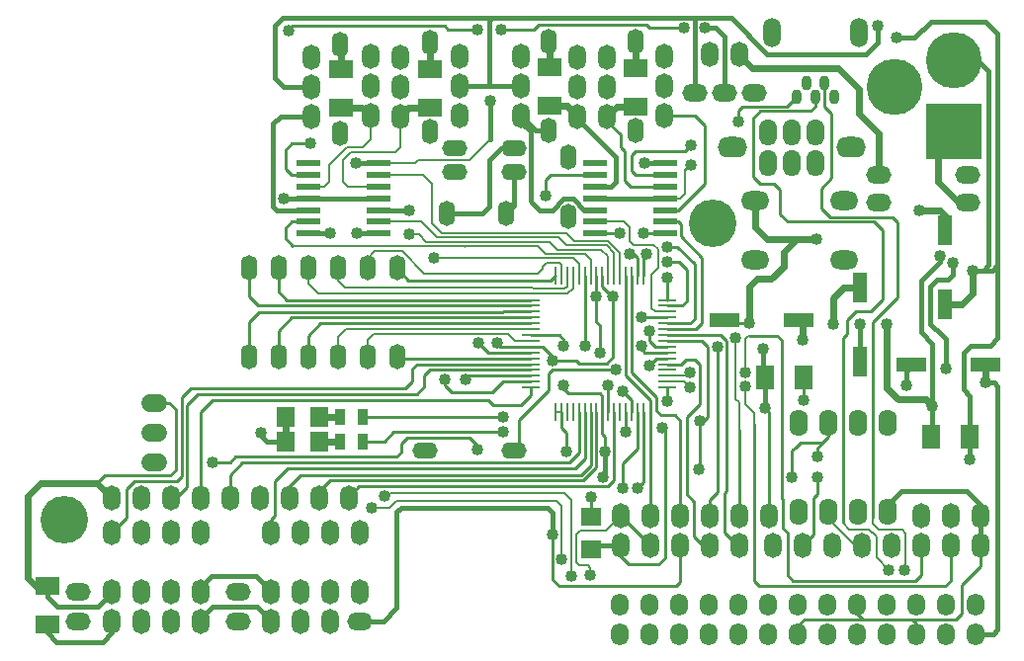
<source format=gtl>
G04 (created by PCBNEW-RS274X (2012-01-19 BZR 3256)-stable) date 14/12/2555 14:56:42*
G01*
G70*
G90*
%MOIN*%
G04 Gerber Fmt 3.4, Leading zero omitted, Abs format*
%FSLAX34Y34*%
G04 APERTURE LIST*
%ADD10C,0.006000*%
%ADD11O,0.060000X0.085000*%
%ADD12C,0.189000*%
%ADD13R,0.189000X0.189000*%
%ADD14R,0.070900X0.062900*%
%ADD15O,0.055000X0.085000*%
%ADD16O,0.085000X0.060000*%
%ADD17O,0.095000X0.064000*%
%ADD18O,0.060000X0.090000*%
%ADD19O,0.100000X0.070000*%
%ADD20O,0.059100X0.100000*%
%ADD21O,0.035400X0.050000*%
%ADD22O,0.085000X0.055000*%
%ADD23R,0.062900X0.070900*%
%ADD24R,0.010000X0.060000*%
%ADD25R,0.060000X0.010000*%
%ADD26R,0.078700X0.019700*%
%ADD27C,0.060000*%
%ADD28O,0.060000X0.075000*%
%ADD29C,0.160000*%
%ADD30O,0.062000X0.090000*%
%ADD31R,0.080000X0.060000*%
%ADD32R,0.060000X0.080000*%
%ADD33R,0.035000X0.055000*%
%ADD34R,0.047200X0.098400*%
%ADD35R,0.098400X0.047200*%
%ADD36C,0.040000*%
%ADD37C,0.008000*%
%ADD38C,0.010000*%
%ADD39C,0.024000*%
%ADD40C,0.015000*%
G04 APERTURE END LIST*
G54D10*
G54D11*
X68100Y-46186D03*
X67100Y-46186D03*
X66100Y-46186D03*
X65100Y-46186D03*
G54D12*
X71218Y-29796D03*
G54D13*
X71218Y-32196D03*
G54D12*
X69218Y-30696D03*
G54D14*
X58955Y-45195D03*
X58955Y-46313D03*
G54D15*
X54113Y-34965D03*
X56113Y-34965D03*
G54D16*
X41678Y-48737D03*
X41678Y-47737D03*
G54D17*
X67501Y-34540D03*
X67501Y-36540D03*
X64501Y-34540D03*
X64501Y-36540D03*
G54D18*
X66549Y-32246D03*
X66549Y-33266D03*
X65749Y-32246D03*
X65749Y-33266D03*
X64949Y-32246D03*
X64949Y-33266D03*
G54D19*
X63749Y-32756D03*
X67749Y-32756D03*
G54D11*
X48186Y-45737D03*
X49186Y-45737D03*
X50186Y-45737D03*
X51186Y-45737D03*
G54D16*
X47064Y-48745D03*
X47064Y-47745D03*
G54D20*
X65083Y-28867D03*
X67996Y-28867D03*
G54D21*
X66854Y-30580D03*
X66224Y-30580D03*
X66539Y-31052D03*
X65909Y-31052D03*
X67169Y-31052D03*
G54D16*
X71678Y-33682D03*
X68678Y-33682D03*
G54D22*
X54365Y-33565D03*
X56365Y-33565D03*
G54D23*
X49795Y-42670D03*
X48677Y-42670D03*
X49794Y-41836D03*
X48676Y-41836D03*
G54D16*
X68666Y-34599D03*
X71666Y-34599D03*
G54D24*
X59743Y-37071D03*
X59548Y-37071D03*
X59353Y-37071D03*
X59153Y-37071D03*
X58958Y-37071D03*
X58763Y-37071D03*
X58563Y-37071D03*
X58368Y-37071D03*
X58173Y-37071D03*
X57973Y-37071D03*
X57778Y-37071D03*
X59743Y-41671D03*
X59548Y-41671D03*
X59353Y-41671D03*
X59153Y-41671D03*
X58958Y-41671D03*
X58763Y-41671D03*
X58563Y-41671D03*
X58368Y-41671D03*
X58173Y-41671D03*
X57973Y-41671D03*
X57778Y-41671D03*
G54D25*
X61553Y-37896D03*
X61553Y-38091D03*
X61553Y-38291D03*
X61553Y-38486D03*
X61553Y-38681D03*
X61553Y-38881D03*
X61553Y-39076D03*
X61553Y-39271D03*
X61553Y-39471D03*
X61553Y-39666D03*
X61553Y-39861D03*
X56953Y-39861D03*
X56953Y-39666D03*
X56953Y-39471D03*
X56953Y-39271D03*
X56953Y-39076D03*
X56953Y-38881D03*
X56953Y-38681D03*
X56953Y-38486D03*
X56953Y-38291D03*
X56953Y-38091D03*
X56953Y-37896D03*
X56953Y-40061D03*
X56953Y-40256D03*
X56953Y-40451D03*
X56953Y-40651D03*
X56953Y-40846D03*
X61553Y-40846D03*
X61553Y-40651D03*
X61553Y-40451D03*
X61553Y-40256D03*
X61553Y-40061D03*
G54D24*
X59943Y-41671D03*
X60138Y-41671D03*
X60333Y-41671D03*
X60533Y-41671D03*
X60728Y-41671D03*
X59943Y-37071D03*
X60138Y-37071D03*
X60333Y-37071D03*
X60533Y-37071D03*
X60728Y-37071D03*
G54D11*
X59521Y-29693D03*
X59521Y-30693D03*
X59521Y-31693D03*
X58521Y-29693D03*
X58521Y-30693D03*
X58521Y-31693D03*
G54D16*
X64470Y-30910D03*
X63470Y-30910D03*
X62470Y-30910D03*
G54D22*
X56385Y-42985D03*
X53385Y-42985D03*
G54D11*
X63960Y-29600D03*
X62960Y-29600D03*
G54D15*
X52423Y-36816D03*
X47423Y-36816D03*
X47423Y-39808D03*
X52423Y-39808D03*
X51423Y-39808D03*
X50423Y-39808D03*
X49423Y-39808D03*
X48423Y-39808D03*
X51423Y-36816D03*
X50423Y-36816D03*
X49423Y-36816D03*
X48423Y-36816D03*
G54D11*
X42804Y-44564D03*
X43804Y-44564D03*
X44804Y-44564D03*
X45804Y-44564D03*
X46804Y-44564D03*
X47804Y-44564D03*
X48804Y-44564D03*
X49804Y-44564D03*
X50804Y-44564D03*
X49533Y-31693D03*
X49533Y-30693D03*
X49533Y-29693D03*
X54540Y-31690D03*
X54540Y-30690D03*
X54540Y-29690D03*
X56603Y-31682D03*
X56603Y-30682D03*
X56603Y-29682D03*
X61422Y-31686D03*
X61422Y-30686D03*
X61422Y-29686D03*
G54D26*
X59096Y-33284D03*
X59095Y-33678D03*
X59095Y-34071D03*
X59095Y-34465D03*
X59095Y-34859D03*
X59095Y-35253D03*
X59095Y-35646D03*
X61458Y-33284D03*
X61458Y-33678D03*
X61458Y-34071D03*
X61458Y-34465D03*
X61458Y-34859D03*
X61458Y-35253D03*
X61458Y-35646D03*
X49434Y-33284D03*
X49433Y-33678D03*
X49433Y-34071D03*
X49433Y-34465D03*
X49433Y-34859D03*
X49433Y-35253D03*
X49433Y-35646D03*
X51796Y-33284D03*
X51796Y-33678D03*
X51796Y-34071D03*
X51796Y-34465D03*
X51796Y-34859D03*
X51796Y-35253D03*
X51796Y-35646D03*
G54D27*
X44112Y-41361D02*
X44362Y-41361D01*
X44112Y-42361D02*
X44362Y-42361D01*
X44112Y-43361D02*
X44362Y-43361D01*
G54D15*
X58217Y-33068D03*
X58217Y-35068D03*
G54D22*
X54376Y-32767D03*
X56376Y-32767D03*
G54D11*
X52537Y-29693D03*
X52537Y-30693D03*
X52537Y-31693D03*
X51537Y-29690D03*
X51537Y-30690D03*
X51537Y-31690D03*
X59962Y-45186D03*
X60962Y-45186D03*
X61962Y-45186D03*
X62962Y-45186D03*
X63962Y-45186D03*
X64962Y-45186D03*
X59962Y-46186D03*
X60962Y-46186D03*
X61962Y-46186D03*
X62962Y-46186D03*
X63962Y-46186D03*
X51186Y-47737D03*
G54D16*
X51186Y-48737D03*
G54D11*
X50186Y-47737D03*
X50186Y-48737D03*
X49186Y-47737D03*
X49186Y-48737D03*
X48186Y-47737D03*
X48186Y-48737D03*
X42800Y-45737D03*
X43800Y-45737D03*
X44800Y-45737D03*
X45800Y-45737D03*
X45800Y-47737D03*
X45800Y-48737D03*
X44800Y-47737D03*
X44800Y-48737D03*
X43800Y-47737D03*
X43800Y-48737D03*
X42800Y-47737D03*
X42800Y-48737D03*
G54D28*
X59949Y-49169D03*
X60949Y-49169D03*
X60949Y-48169D03*
X61949Y-49169D03*
X61949Y-48169D03*
X62949Y-48169D03*
X63949Y-49169D03*
X63949Y-48169D03*
X64949Y-49169D03*
X64949Y-48169D03*
X65949Y-48169D03*
X66949Y-49169D03*
X66949Y-48169D03*
X68949Y-48169D03*
X69949Y-48169D03*
X70949Y-48169D03*
X71949Y-48169D03*
X71949Y-48169D03*
X71949Y-49169D03*
X70949Y-48169D03*
X70949Y-49169D03*
X69949Y-48169D03*
X69949Y-49169D03*
X68949Y-48169D03*
X68949Y-49169D03*
X67949Y-48169D03*
X67949Y-49169D03*
X66949Y-48169D03*
X66949Y-49169D03*
X65949Y-48169D03*
X65949Y-49169D03*
X64949Y-48169D03*
X64949Y-49169D03*
X63949Y-48169D03*
X63949Y-49169D03*
X62949Y-48169D03*
X62949Y-49169D03*
X61949Y-48169D03*
X61949Y-49169D03*
X60949Y-48169D03*
X60949Y-49169D03*
X59949Y-48169D03*
X59949Y-49169D03*
G54D29*
X63068Y-35308D03*
X41218Y-45308D03*
G54D30*
X65974Y-45056D03*
X66974Y-45056D03*
X67974Y-45056D03*
X68974Y-45056D03*
X68974Y-42056D03*
X67974Y-42056D03*
X66974Y-42056D03*
X65974Y-42056D03*
G54D15*
X60470Y-32182D03*
X60470Y-29182D03*
X57552Y-32170D03*
X57552Y-29170D03*
X53544Y-32217D03*
X53544Y-29217D03*
X50509Y-32268D03*
X50509Y-29268D03*
G54D31*
X60474Y-31375D03*
X60474Y-30075D03*
X57564Y-31340D03*
X57564Y-30040D03*
X53540Y-31418D03*
X53540Y-30118D03*
X50540Y-31403D03*
X50540Y-30103D03*
X40627Y-48855D03*
X40627Y-47555D03*
G54D32*
X70442Y-42520D03*
X71742Y-42520D03*
X66135Y-40516D03*
X64835Y-40516D03*
G54D33*
X51266Y-42670D03*
X50516Y-42670D03*
X51266Y-41836D03*
X50516Y-41836D03*
G54D11*
X72100Y-45186D03*
X71100Y-45186D03*
X70100Y-45186D03*
G54D34*
X68029Y-37491D03*
X68029Y-39991D03*
X70918Y-35550D03*
X70918Y-38050D03*
G54D35*
X65968Y-38564D03*
X63468Y-38564D03*
X72279Y-40079D03*
X69779Y-40079D03*
G54D11*
X72097Y-46191D03*
X71097Y-46191D03*
X70097Y-46191D03*
X69097Y-46191D03*
G54D36*
X59266Y-39679D03*
X60926Y-40111D03*
X66136Y-41275D03*
X58954Y-47182D03*
X59546Y-40778D03*
X58152Y-43008D03*
X59153Y-37770D03*
X68944Y-38699D03*
X68640Y-28634D03*
X71182Y-36650D03*
X70726Y-36396D03*
X70484Y-41460D03*
X72282Y-40688D03*
X70943Y-40225D03*
X53660Y-36486D03*
X60659Y-38485D03*
X57430Y-34391D03*
X49510Y-32620D03*
X52852Y-35672D03*
X61554Y-36612D03*
X61554Y-36098D03*
X62351Y-32662D03*
X66592Y-43174D03*
X65754Y-43884D03*
X58045Y-40776D03*
X50181Y-35645D03*
X47848Y-42362D03*
X69611Y-40765D03*
X71749Y-43287D03*
X55796Y-39348D03*
X55561Y-31178D03*
X57672Y-45814D03*
X59378Y-43874D03*
X60760Y-33284D03*
X62633Y-41965D03*
X51053Y-33284D03*
X59926Y-35646D03*
X64315Y-38673D03*
X57661Y-39931D03*
X63944Y-31876D03*
X68030Y-38696D03*
X66558Y-35840D03*
X64836Y-41534D03*
X59446Y-43020D03*
X59716Y-37767D03*
X62604Y-43622D03*
X69260Y-29056D03*
X64772Y-39538D03*
X71851Y-36902D03*
X63848Y-39170D03*
X60847Y-36343D03*
X69020Y-47020D03*
X58304Y-47196D03*
X52008Y-44494D03*
X54752Y-40585D03*
X57980Y-46652D03*
X51584Y-44899D03*
X54042Y-40588D03*
X69540Y-47010D03*
X46192Y-43361D03*
X58763Y-39456D03*
X55130Y-42955D03*
X55992Y-42348D03*
X60137Y-42348D03*
X60044Y-40975D03*
X55994Y-41850D03*
X52853Y-34861D03*
X61376Y-42199D03*
X58049Y-39454D03*
X59791Y-40258D03*
X61553Y-41292D03*
X55184Y-39358D03*
X60932Y-38956D03*
X58955Y-44529D03*
X60660Y-39436D03*
X61553Y-37141D03*
X51072Y-35646D03*
X60740Y-35646D03*
X66592Y-43884D03*
X60539Y-44242D03*
X63235Y-39469D03*
X60288Y-36352D03*
X64175Y-40804D03*
X62300Y-40846D03*
X62300Y-40342D03*
X64176Y-40340D03*
X60054Y-44245D03*
X66114Y-39236D03*
X67145Y-38712D03*
X70038Y-34864D03*
X62352Y-33328D03*
X62107Y-28720D03*
X48602Y-34465D03*
X62800Y-28720D03*
X55145Y-28762D03*
X48755Y-28804D03*
X55931Y-28762D03*
G54D37*
X58954Y-47182D02*
X58954Y-46941D01*
G54D38*
X42576Y-43822D02*
X42319Y-44079D01*
G54D39*
X40249Y-47555D02*
X39981Y-47287D01*
G54D40*
X42324Y-48237D02*
X40966Y-48237D01*
G54D39*
X40627Y-47555D02*
X40249Y-47555D01*
G54D38*
X58152Y-42382D02*
X58152Y-43008D01*
G54D37*
X58460Y-45817D02*
X58607Y-45670D01*
G54D38*
X61176Y-39861D02*
X60926Y-40111D01*
G54D40*
X66135Y-41272D02*
X66135Y-41274D01*
G54D38*
X59266Y-38747D02*
X59266Y-39679D01*
G54D40*
X45800Y-47608D02*
X46187Y-47221D01*
G54D38*
X59546Y-40778D02*
X59546Y-41669D01*
X44744Y-41361D02*
X44956Y-41573D01*
G54D40*
X42800Y-47737D02*
X42800Y-47761D01*
G54D39*
X39981Y-47287D02*
X39981Y-44508D01*
G54D40*
X46187Y-47221D02*
X47670Y-47221D01*
X40966Y-48237D02*
X40627Y-47898D01*
X45800Y-47737D02*
X45800Y-47608D01*
G54D38*
X44956Y-43631D02*
X44765Y-43822D01*
X59962Y-45186D02*
X60962Y-46186D01*
G54D37*
X57778Y-41671D02*
X57973Y-41671D01*
X58954Y-46941D02*
X58871Y-46858D01*
G54D40*
X66135Y-41274D02*
X66136Y-41275D01*
G54D38*
X66135Y-41272D02*
X66135Y-40516D01*
G54D37*
X58871Y-46858D02*
X58574Y-46858D01*
G54D40*
X40627Y-47898D02*
X40627Y-47555D01*
G54D39*
X39981Y-44508D02*
X40410Y-44079D01*
G54D38*
X44956Y-41573D02*
X44956Y-43631D01*
G54D39*
X40410Y-44079D02*
X42319Y-44079D01*
G54D37*
X58460Y-46744D02*
X58460Y-45817D01*
X59478Y-45670D02*
X59962Y-45186D01*
G54D38*
X66135Y-41274D02*
X66136Y-41275D01*
X44237Y-41361D02*
X44744Y-41361D01*
X59153Y-38634D02*
X59266Y-38747D01*
X57973Y-42203D02*
X58152Y-42382D01*
G54D40*
X42800Y-47761D02*
X42324Y-48237D01*
G54D38*
X57973Y-41671D02*
X57973Y-42203D01*
G54D39*
X42319Y-44079D02*
X42804Y-44564D01*
G54D38*
X59546Y-41669D02*
X59548Y-41671D01*
X61176Y-39861D02*
X61553Y-39861D01*
G54D37*
X58607Y-45670D02*
X59478Y-45670D01*
G54D40*
X47670Y-47221D02*
X48186Y-47737D01*
G54D38*
X59153Y-37770D02*
X59153Y-38634D01*
G54D37*
X58574Y-46858D02*
X58460Y-46744D01*
G54D38*
X59153Y-37071D02*
X59153Y-37770D01*
X44765Y-43822D02*
X42576Y-43822D01*
G54D40*
X70100Y-38985D02*
X70484Y-39369D01*
X55507Y-30690D02*
X56595Y-30690D01*
X56595Y-30690D02*
X56603Y-30682D01*
X68642Y-28634D02*
X68642Y-29194D01*
X70100Y-37381D02*
X70100Y-38985D01*
X70100Y-37229D02*
X70100Y-37381D01*
X55550Y-28468D02*
X55631Y-28387D01*
G54D39*
X72279Y-40685D02*
X72282Y-40688D01*
G54D38*
X72682Y-49016D02*
X72529Y-49169D01*
G54D40*
X70417Y-38697D02*
X70799Y-39079D01*
X62539Y-28387D02*
X62235Y-28387D01*
X72564Y-40688D02*
X72282Y-40688D01*
G54D38*
X72682Y-40806D02*
X72682Y-47700D01*
G54D40*
X55550Y-30690D02*
X55550Y-28468D01*
X62065Y-28387D02*
X55631Y-28387D01*
X72680Y-47700D02*
X72680Y-40804D01*
X68642Y-29194D02*
X68226Y-29610D01*
X48594Y-30693D02*
X48320Y-30419D01*
X71182Y-36650D02*
X71182Y-37028D01*
X70943Y-40225D02*
X70943Y-39223D01*
X68640Y-28634D02*
X68642Y-28634D01*
G54D38*
X72564Y-40688D02*
X72682Y-40806D01*
G54D40*
X70643Y-37216D02*
X70417Y-37442D01*
G54D38*
X72682Y-47700D02*
X72682Y-49016D01*
G54D40*
X48320Y-30419D02*
X48320Y-28642D01*
X64920Y-29610D02*
X63697Y-28387D01*
G54D39*
X72279Y-40079D02*
X72279Y-40685D01*
X68946Y-38701D02*
X68946Y-40875D01*
G54D40*
X49533Y-30693D02*
X48594Y-30693D01*
X70484Y-41460D02*
X70484Y-42478D01*
G54D39*
X68944Y-38699D02*
X68946Y-38701D01*
G54D40*
X70994Y-37216D02*
X70643Y-37216D01*
X70943Y-39223D02*
X70799Y-39079D01*
G54D38*
X72282Y-40688D02*
X72564Y-40688D01*
G54D40*
X72680Y-47700D02*
X72682Y-47700D01*
X70726Y-36396D02*
X70726Y-36603D01*
X71949Y-49169D02*
X72529Y-49169D01*
X70417Y-37442D02*
X70417Y-38697D01*
X55631Y-28387D02*
X49030Y-28387D01*
G54D39*
X68946Y-40875D02*
X69324Y-41253D01*
G54D40*
X70484Y-42478D02*
X70442Y-42520D01*
X70484Y-39369D02*
X70484Y-41460D01*
X72680Y-49018D02*
X72680Y-47700D01*
X62470Y-30910D02*
X62470Y-28456D01*
X72680Y-40804D02*
X72564Y-40688D01*
X72529Y-49169D02*
X72680Y-49018D01*
X48575Y-28387D02*
X49030Y-28387D01*
X70726Y-36603D02*
X70100Y-37229D01*
X55507Y-30690D02*
X55550Y-30690D01*
X68226Y-29610D02*
X64920Y-29610D01*
G54D39*
X69324Y-41253D02*
X70277Y-41253D01*
G54D40*
X62470Y-28456D02*
X62539Y-28387D01*
G54D39*
X70277Y-41253D02*
X70484Y-41460D01*
G54D40*
X62235Y-28387D02*
X62065Y-28387D01*
X71182Y-37028D02*
X70994Y-37216D01*
X48320Y-28642D02*
X48575Y-28387D01*
X63697Y-28387D02*
X62539Y-28387D01*
X54540Y-30690D02*
X55507Y-30690D01*
G54D38*
X53660Y-36486D02*
X53662Y-36486D01*
G54D37*
X58563Y-36667D02*
X58382Y-36486D01*
X58382Y-36486D02*
X53660Y-36486D01*
G54D38*
X53662Y-36486D02*
X53660Y-36486D01*
G54D37*
X58563Y-37071D02*
X58563Y-36667D01*
X59723Y-35253D02*
X59095Y-35253D01*
X61226Y-36819D02*
X61169Y-36876D01*
X60594Y-36036D02*
X60845Y-36036D01*
X60845Y-36036D02*
X61078Y-36036D01*
X60394Y-36036D02*
X60594Y-36036D01*
X61016Y-37029D02*
X61169Y-36876D01*
X61016Y-38164D02*
X61016Y-37029D01*
X60260Y-35902D02*
X60394Y-36036D01*
X60260Y-35434D02*
X60260Y-35902D01*
X61553Y-38291D02*
X61143Y-38291D01*
X60079Y-35253D02*
X60260Y-35434D01*
X61143Y-38291D02*
X61016Y-38164D01*
X61078Y-36036D02*
X61226Y-36184D01*
X61226Y-36184D02*
X61226Y-36819D01*
X59723Y-35253D02*
X60079Y-35253D01*
G54D38*
X59095Y-33678D02*
X58143Y-33678D01*
G54D40*
X59095Y-33678D02*
X58755Y-33678D01*
G54D38*
X57590Y-33678D02*
X58143Y-33678D01*
X57430Y-34077D02*
X57430Y-34391D01*
X60660Y-38486D02*
X61553Y-38486D01*
X60660Y-38486D02*
X60659Y-38485D01*
X57430Y-34077D02*
X57430Y-33838D01*
X57430Y-33838D02*
X57590Y-33678D01*
G54D37*
X59743Y-37071D02*
X59743Y-36301D01*
X53762Y-35785D02*
X53230Y-35253D01*
X59743Y-36301D02*
X59492Y-36050D01*
X59492Y-36050D02*
X58129Y-36050D01*
X57864Y-35785D02*
X53762Y-35785D01*
X58129Y-36050D02*
X57864Y-35785D01*
X53230Y-35253D02*
X51796Y-35253D01*
G54D38*
X48868Y-33678D02*
X49433Y-33678D01*
G54D37*
X59320Y-36192D02*
X57847Y-36192D01*
X53160Y-35672D02*
X52852Y-35672D01*
G54D38*
X48660Y-33470D02*
X48868Y-33678D01*
X49296Y-32620D02*
X48870Y-32620D01*
X49296Y-32620D02*
X49510Y-32620D01*
G54D37*
X57847Y-36192D02*
X57582Y-35927D01*
X59548Y-37071D02*
X59548Y-36420D01*
G54D38*
X48870Y-32620D02*
X48660Y-32830D01*
G54D37*
X59548Y-36420D02*
X59320Y-36192D01*
X57582Y-35927D02*
X53415Y-35927D01*
G54D38*
X48660Y-32830D02*
X48660Y-33470D01*
G54D37*
X53415Y-35927D02*
X53160Y-35672D01*
X51628Y-39052D02*
X51423Y-39257D01*
X51423Y-39257D02*
X51423Y-39808D01*
X56953Y-39271D02*
X56405Y-39271D01*
X56405Y-39271D02*
X56186Y-39052D01*
X56186Y-39052D02*
X51628Y-39052D01*
G54D38*
X47787Y-38293D02*
X47423Y-38657D01*
X56953Y-38291D02*
X56017Y-38291D01*
X56017Y-38291D02*
X56015Y-38293D01*
X56015Y-38293D02*
X47787Y-38293D01*
X47423Y-38657D02*
X47423Y-39808D01*
G54D37*
X49423Y-36816D02*
X49423Y-37338D01*
X50800Y-37686D02*
X50892Y-37686D01*
X58182Y-37686D02*
X58368Y-37500D01*
X58368Y-37500D02*
X58368Y-37071D01*
X49423Y-37338D02*
X49771Y-37686D01*
X50892Y-37686D02*
X50914Y-37686D01*
X49771Y-37686D02*
X50800Y-37686D01*
X50800Y-37686D02*
X58182Y-37686D01*
X51423Y-36816D02*
X51423Y-36507D01*
X57892Y-36642D02*
X57668Y-36642D01*
X57332Y-36856D02*
X57332Y-36772D01*
X57182Y-37006D02*
X57332Y-36856D01*
X57973Y-36723D02*
X57892Y-36642D01*
X53346Y-37006D02*
X57182Y-37006D01*
X51672Y-36258D02*
X52598Y-36258D01*
X57462Y-36642D02*
X57668Y-36642D01*
X52598Y-36258D02*
X53346Y-37006D01*
X57332Y-36772D02*
X57462Y-36642D01*
X57668Y-36642D02*
X57654Y-36642D01*
X57973Y-37071D02*
X57973Y-36723D01*
X51423Y-36507D02*
X51672Y-36258D01*
G54D38*
X56953Y-39861D02*
X52476Y-39861D01*
X52476Y-39861D02*
X52423Y-39808D01*
X49423Y-39107D02*
X49423Y-39808D01*
X49849Y-38681D02*
X49423Y-39107D01*
X56027Y-38681D02*
X49849Y-38681D01*
X56953Y-38681D02*
X56027Y-38681D01*
X56120Y-38486D02*
X48864Y-38486D01*
X48864Y-38486D02*
X48423Y-38927D01*
X48423Y-38927D02*
X48423Y-39808D01*
X56953Y-38486D02*
X56120Y-38486D01*
X56120Y-38486D02*
X56085Y-38486D01*
X56085Y-38486D02*
X56084Y-38487D01*
X55981Y-38091D02*
X47731Y-38091D01*
X55981Y-38091D02*
X55981Y-38091D01*
X47731Y-38091D02*
X47423Y-37783D01*
X47423Y-37783D02*
X47423Y-36816D01*
X55981Y-38091D02*
X55979Y-38089D01*
X56953Y-38091D02*
X55981Y-38091D01*
G54D37*
X50423Y-37233D02*
X50655Y-37465D01*
X58085Y-37525D02*
X57758Y-37525D01*
X57038Y-37525D02*
X57758Y-37525D01*
X50423Y-36816D02*
X50423Y-37233D01*
X50655Y-37465D02*
X56978Y-37465D01*
X56978Y-37465D02*
X57038Y-37525D01*
X58173Y-37437D02*
X58085Y-37525D01*
X58173Y-37071D02*
X58173Y-37437D01*
G54D38*
X52817Y-37237D02*
X57612Y-37237D01*
X57612Y-37237D02*
X57778Y-37071D01*
X52423Y-36843D02*
X52817Y-37237D01*
X52423Y-36816D02*
X52423Y-36843D01*
G54D37*
X55983Y-38881D02*
X50699Y-38881D01*
X50699Y-38881D02*
X50423Y-39157D01*
X50423Y-39157D02*
X50423Y-39808D01*
X56953Y-38881D02*
X55983Y-38881D01*
G54D38*
X56953Y-37896D02*
X55976Y-37896D01*
X55976Y-37896D02*
X55973Y-37896D01*
X55973Y-37896D02*
X55972Y-37897D01*
X48696Y-37896D02*
X48423Y-37623D01*
X48423Y-37623D02*
X48423Y-36816D01*
X55976Y-37896D02*
X48696Y-37896D01*
X61554Y-36612D02*
X61939Y-36612D01*
X62053Y-38091D02*
X61553Y-38091D01*
X62053Y-38091D02*
X61553Y-38091D01*
X62192Y-37952D02*
X62053Y-38091D01*
X62192Y-36865D02*
X62192Y-37952D01*
X61939Y-36612D02*
X62192Y-36865D01*
X62715Y-36461D02*
X61996Y-35742D01*
X61899Y-35253D02*
X61458Y-35253D01*
X61996Y-35350D02*
X61899Y-35253D01*
X61996Y-35742D02*
X61996Y-35350D01*
X62715Y-38682D02*
X62715Y-36461D01*
X62516Y-38881D02*
X62715Y-38682D01*
X61553Y-38881D02*
X62516Y-38881D01*
X60471Y-32880D02*
X61526Y-32880D01*
X62456Y-36669D02*
X62456Y-38539D01*
X60332Y-33550D02*
X60332Y-33019D01*
X61458Y-33678D02*
X60460Y-33678D01*
X61554Y-36098D02*
X61885Y-36098D01*
X62133Y-32880D02*
X62351Y-32662D01*
X60332Y-33019D02*
X60471Y-32880D01*
X62456Y-38539D02*
X62314Y-38681D01*
X62314Y-38681D02*
X61553Y-38681D01*
X61885Y-36098D02*
X62456Y-36669D01*
X61526Y-32880D02*
X61615Y-32880D01*
X60460Y-33678D02*
X60332Y-33550D01*
X61526Y-32880D02*
X62133Y-32880D01*
X62314Y-38681D02*
X61553Y-38681D01*
G54D37*
X51796Y-33678D02*
X53314Y-33678D01*
X59491Y-35908D02*
X59550Y-35908D01*
X53314Y-33678D02*
X53620Y-33984D01*
X59943Y-37071D02*
X59943Y-36301D01*
X59410Y-35908D02*
X59491Y-35908D01*
X53620Y-35321D02*
X53620Y-34928D01*
X58143Y-35643D02*
X53942Y-35643D01*
X59550Y-35908D02*
X59943Y-36301D01*
X59943Y-36301D02*
X59550Y-35908D01*
X58408Y-35908D02*
X59373Y-35908D01*
X53942Y-35643D02*
X53620Y-35321D01*
X58143Y-35643D02*
X58408Y-35908D01*
X53620Y-33984D02*
X53620Y-34928D01*
X59373Y-35908D02*
X59550Y-35908D01*
X54694Y-36069D02*
X48910Y-36069D01*
X57164Y-36069D02*
X54694Y-36069D01*
X57439Y-36344D02*
X57164Y-36069D01*
X58958Y-36541D02*
X58761Y-36344D01*
G54D38*
X48864Y-35253D02*
X49433Y-35253D01*
G54D37*
X58761Y-36344D02*
X57439Y-36344D01*
X58958Y-37071D02*
X58958Y-36541D01*
G54D38*
X48656Y-35815D02*
X48656Y-35461D01*
X54694Y-36069D02*
X54691Y-36069D01*
X48910Y-36069D02*
X48656Y-35815D01*
X48656Y-35461D02*
X48864Y-35253D01*
X66022Y-42711D02*
X65861Y-42872D01*
X66974Y-42523D02*
X66974Y-42056D01*
X66403Y-42712D02*
X66785Y-42712D01*
X66592Y-42905D02*
X66785Y-42712D01*
X65754Y-43884D02*
X65754Y-42979D01*
X65754Y-42979D02*
X66022Y-42711D01*
X66592Y-43174D02*
X66592Y-42905D01*
G54D37*
X66974Y-42523D02*
X66785Y-42712D01*
X66974Y-42056D02*
X66974Y-42523D01*
X66403Y-42712D02*
X66404Y-42711D01*
G54D38*
X66404Y-42711D02*
X66022Y-42711D01*
X66785Y-42712D02*
X66974Y-42523D01*
X55838Y-40061D02*
X53090Y-40061D01*
X43296Y-44341D02*
X43296Y-45241D01*
X52949Y-40636D02*
X52712Y-40873D01*
X52949Y-40202D02*
X52949Y-40636D01*
X45005Y-43995D02*
X45163Y-43837D01*
X43561Y-43995D02*
X45005Y-43995D01*
X45163Y-42519D02*
X45163Y-41170D01*
X53090Y-40061D02*
X52949Y-40202D01*
X45163Y-42519D02*
X45163Y-43677D01*
X43296Y-45241D02*
X42800Y-45737D01*
X56953Y-40061D02*
X55838Y-40061D01*
X45460Y-40873D02*
X52712Y-40873D01*
X45163Y-43837D02*
X45163Y-43677D01*
X45163Y-41170D02*
X45460Y-40873D01*
X43296Y-44260D02*
X43561Y-43995D01*
X43296Y-44341D02*
X43296Y-44260D01*
X44985Y-44564D02*
X45340Y-44209D01*
X53530Y-40256D02*
X53354Y-40432D01*
X53354Y-40432D02*
X53354Y-40795D01*
X44804Y-44564D02*
X44985Y-44564D01*
X55963Y-40256D02*
X56953Y-40256D01*
X53354Y-40795D02*
X53090Y-41059D01*
X45340Y-42810D02*
X45340Y-41432D01*
X55963Y-40256D02*
X53530Y-40256D01*
X45340Y-44209D02*
X45340Y-42810D01*
X45713Y-41059D02*
X53090Y-41059D01*
X45340Y-41432D02*
X45713Y-41059D01*
X58563Y-43045D02*
X58563Y-41671D01*
X47217Y-43379D02*
X58229Y-43379D01*
X58229Y-43379D02*
X58563Y-43045D01*
X46804Y-43792D02*
X47217Y-43379D01*
X46804Y-44564D02*
X46804Y-43792D01*
X48304Y-44009D02*
X48730Y-43583D01*
X58763Y-43250D02*
X58763Y-41671D01*
X48186Y-45292D02*
X48304Y-45174D01*
X48730Y-43583D02*
X58430Y-43583D01*
X58430Y-43583D02*
X58763Y-43250D01*
X48304Y-45174D02*
X48304Y-44009D01*
X48186Y-45737D02*
X48186Y-45292D01*
X48804Y-44163D02*
X49175Y-43792D01*
X58958Y-43461D02*
X58958Y-41671D01*
X48804Y-44564D02*
X48804Y-44163D01*
X58627Y-43792D02*
X58958Y-43461D01*
X49175Y-43792D02*
X58627Y-43792D01*
X45804Y-41680D02*
X46216Y-41268D01*
X56953Y-40846D02*
X56953Y-41120D01*
X45804Y-43078D02*
X45804Y-41680D01*
X55678Y-41457D02*
X55489Y-41268D01*
X45804Y-44564D02*
X45804Y-43078D01*
X46216Y-41268D02*
X55489Y-41268D01*
X56616Y-41457D02*
X55678Y-41457D01*
X56953Y-41120D02*
X56616Y-41457D01*
X50162Y-43989D02*
X58718Y-43989D01*
X58718Y-43989D02*
X59153Y-43554D01*
X59153Y-43554D02*
X59153Y-41671D01*
X49804Y-44564D02*
X49804Y-44347D01*
X49804Y-44347D02*
X50162Y-43989D01*
X50804Y-44564D02*
X50804Y-44539D01*
X51614Y-44190D02*
X59243Y-44190D01*
X59743Y-43979D02*
X59743Y-43723D01*
X50804Y-44539D02*
X51153Y-44190D01*
X59743Y-41671D02*
X59743Y-43723D01*
X51153Y-44190D02*
X51614Y-44190D01*
X59532Y-44190D02*
X59743Y-43979D01*
X59243Y-44190D02*
X59532Y-44190D01*
X57661Y-39798D02*
X57334Y-39471D01*
X59446Y-42507D02*
X59353Y-42414D01*
X69949Y-48805D02*
X69949Y-49169D01*
X59353Y-42414D02*
X59353Y-41671D01*
X59926Y-35646D02*
X59095Y-35646D01*
G54D39*
X65460Y-36290D02*
X65460Y-36770D01*
G54D38*
X71274Y-48666D02*
X71460Y-48480D01*
X71460Y-48480D02*
X71460Y-47500D01*
X61962Y-47282D02*
X61962Y-47418D01*
G54D40*
X72371Y-36582D02*
X72371Y-36725D01*
G54D38*
X57894Y-47552D02*
X57672Y-47330D01*
X59353Y-41142D02*
X59353Y-41671D01*
G54D40*
X46213Y-48245D02*
X47694Y-48245D01*
G54D39*
X65460Y-36770D02*
X65050Y-37180D01*
G54D38*
X61828Y-47552D02*
X57894Y-47552D01*
G54D37*
X51796Y-33284D02*
X53034Y-33284D01*
G54D40*
X72371Y-36725D02*
X72194Y-36902D01*
G54D38*
X56953Y-39471D02*
X57334Y-39471D01*
X57662Y-39932D02*
X57661Y-39931D01*
X58045Y-40776D02*
X58045Y-40880D01*
G54D40*
X72371Y-30161D02*
X72371Y-36582D01*
X68029Y-38697D02*
X68030Y-38696D01*
G54D38*
X59502Y-40038D02*
X59716Y-39824D01*
X71460Y-47500D02*
X72097Y-46863D01*
G54D39*
X65050Y-37180D02*
X64580Y-37180D01*
G54D38*
X58457Y-39932D02*
X57662Y-39932D01*
G54D40*
X50180Y-35646D02*
X50181Y-35645D01*
G54D39*
X64315Y-37451D02*
X64312Y-37448D01*
G54D40*
X40627Y-48855D02*
X40627Y-49115D01*
G54D38*
X56953Y-39471D02*
X55919Y-39471D01*
X65949Y-49169D02*
X65949Y-48873D01*
G54D40*
X69611Y-40296D02*
X69611Y-40765D01*
G54D39*
X70918Y-38050D02*
X71488Y-38050D01*
G54D38*
X59353Y-37071D02*
X59353Y-37457D01*
X69810Y-48666D02*
X71274Y-48666D01*
X72097Y-46863D02*
X72097Y-46191D01*
G54D40*
X71742Y-43280D02*
X71749Y-43287D01*
X71742Y-43280D02*
X71742Y-42520D01*
G54D38*
X59020Y-40038D02*
X59502Y-40038D01*
G54D40*
X48035Y-42670D02*
X47848Y-42483D01*
G54D38*
X64315Y-38673D02*
X63577Y-38673D01*
X59020Y-40038D02*
X58578Y-40038D01*
G54D40*
X72006Y-29796D02*
X72371Y-30161D01*
X71851Y-36902D02*
X72194Y-36902D01*
X59446Y-43020D02*
X59446Y-43806D01*
G54D38*
X62771Y-41965D02*
X62633Y-41965D01*
G54D40*
X51053Y-33284D02*
X51796Y-33284D01*
X55561Y-31178D02*
X55561Y-32487D01*
G54D38*
X68130Y-48666D02*
X69810Y-48666D01*
X62702Y-39271D02*
X62891Y-39460D01*
G54D40*
X72682Y-36718D02*
X72682Y-37283D01*
G54D38*
X59663Y-37767D02*
X59716Y-37767D01*
G54D40*
X52412Y-48282D02*
X52412Y-45058D01*
X59446Y-43806D02*
X59378Y-43874D01*
G54D38*
X59716Y-39824D02*
X59716Y-37767D01*
G54D40*
X69779Y-40128D02*
X69611Y-40296D01*
G54D39*
X66558Y-35840D02*
X65910Y-35840D01*
G54D40*
X52412Y-45058D02*
X52576Y-44894D01*
G54D38*
X67949Y-48485D02*
X68130Y-48666D01*
G54D40*
X40938Y-49426D02*
X42493Y-49426D01*
X57304Y-44894D02*
X57316Y-44894D01*
G54D38*
X62891Y-41845D02*
X62771Y-41965D01*
G54D39*
X64580Y-37180D02*
X64312Y-37448D01*
G54D38*
X58578Y-40038D02*
X58472Y-39932D01*
X58472Y-39932D02*
X58457Y-39932D01*
G54D40*
X42800Y-49119D02*
X42800Y-48737D01*
X72682Y-37283D02*
X72682Y-39186D01*
G54D38*
X63577Y-38673D02*
X63468Y-38564D01*
G54D37*
X68100Y-46186D02*
X67876Y-46186D01*
X67876Y-46186D02*
X66974Y-45284D01*
X66974Y-45284D02*
X66974Y-45056D01*
G54D40*
X52576Y-44894D02*
X57304Y-44894D01*
G54D38*
X55919Y-39471D02*
X55796Y-39348D01*
G54D40*
X69779Y-40079D02*
X69779Y-40128D01*
G54D38*
X57661Y-39798D02*
X57661Y-39931D01*
G54D39*
X48676Y-42669D02*
X48677Y-42670D01*
G54D38*
X69810Y-48666D02*
X69949Y-48805D01*
G54D40*
X72682Y-39186D02*
X72423Y-39445D01*
X57496Y-44894D02*
X57672Y-45070D01*
X45800Y-48737D02*
X45800Y-48658D01*
G54D37*
X53150Y-33168D02*
X54880Y-33168D01*
G54D40*
X72423Y-39445D02*
X71766Y-39445D01*
G54D38*
X67949Y-48169D02*
X67949Y-48485D01*
G54D40*
X48677Y-42670D02*
X48035Y-42670D01*
X68029Y-39991D02*
X68029Y-38697D01*
G54D38*
X64295Y-31383D02*
X65578Y-31383D01*
G54D39*
X66557Y-35840D02*
X66558Y-35840D01*
G54D38*
X62891Y-39460D02*
X62891Y-41845D01*
X61962Y-47418D02*
X61828Y-47552D01*
G54D40*
X72194Y-36902D02*
X72301Y-36902D01*
X70424Y-28501D02*
X69869Y-29056D01*
X64772Y-39538D02*
X64772Y-40453D01*
X60760Y-33284D02*
X61458Y-33284D01*
X71742Y-42520D02*
X71742Y-41136D01*
X72100Y-45186D02*
X72100Y-46188D01*
X72274Y-28501D02*
X72682Y-28909D01*
G54D38*
X65578Y-31383D02*
X65909Y-31052D01*
X64071Y-31383D02*
X63944Y-31510D01*
G54D39*
X64501Y-35441D02*
X64501Y-34540D01*
X66558Y-35840D02*
X64900Y-35840D01*
G54D40*
X72100Y-44820D02*
X71630Y-44350D01*
X71742Y-41136D02*
X71528Y-40922D01*
G54D38*
X64295Y-31383D02*
X64071Y-31383D01*
G54D39*
X64900Y-35840D02*
X64501Y-35441D01*
G54D40*
X68974Y-44806D02*
X68974Y-45056D01*
G54D37*
X53034Y-33284D02*
X53150Y-33168D01*
G54D40*
X71920Y-28501D02*
X72274Y-28501D01*
X72100Y-45186D02*
X72100Y-44820D01*
X71630Y-44350D02*
X69430Y-44350D01*
G54D39*
X65910Y-35840D02*
X65460Y-36290D01*
G54D40*
X72498Y-36902D02*
X72682Y-36718D01*
X69430Y-44350D02*
X68974Y-44806D01*
G54D38*
X66156Y-48666D02*
X68130Y-48666D01*
G54D40*
X64836Y-41534D02*
X64836Y-40517D01*
X40627Y-49115D02*
X40938Y-49426D01*
G54D38*
X61962Y-46186D02*
X61962Y-47282D01*
G54D40*
X50181Y-35645D02*
X49434Y-35645D01*
G54D38*
X64772Y-40453D02*
X64835Y-40516D01*
X64962Y-41660D02*
X64836Y-41534D01*
G54D40*
X42493Y-49426D02*
X42800Y-49119D01*
X72194Y-36902D02*
X72498Y-36902D01*
X70583Y-28501D02*
X70424Y-28501D01*
G54D38*
X57672Y-47330D02*
X57672Y-47037D01*
G54D40*
X64772Y-40453D02*
X64835Y-40516D01*
X71528Y-39683D02*
X71766Y-39445D01*
G54D39*
X71488Y-38050D02*
X71851Y-37687D01*
G54D38*
X63944Y-31510D02*
X63944Y-31876D01*
G54D40*
X71528Y-40922D02*
X71528Y-39683D01*
X69869Y-29056D02*
X69260Y-29056D01*
X57672Y-45070D02*
X57672Y-45814D01*
X57304Y-44894D02*
X57496Y-44894D01*
G54D38*
X58214Y-41049D02*
X59260Y-41049D01*
G54D40*
X47694Y-48245D02*
X48186Y-48737D01*
G54D38*
X62633Y-43593D02*
X62604Y-43622D01*
X59446Y-43020D02*
X59446Y-42507D01*
G54D40*
X51186Y-48737D02*
X51957Y-48737D01*
G54D38*
X59260Y-41049D02*
X59353Y-41142D01*
G54D39*
X71851Y-37687D02*
X71851Y-36902D01*
G54D38*
X58045Y-40880D02*
X58214Y-41049D01*
X62633Y-41965D02*
X62633Y-43593D01*
X59353Y-37457D02*
X59663Y-37767D01*
G54D40*
X51957Y-48737D02*
X52412Y-48282D01*
X70583Y-28501D02*
X71920Y-28501D01*
X49434Y-35645D02*
X49433Y-35646D01*
G54D38*
X64962Y-45186D02*
X64962Y-41660D01*
G54D40*
X50180Y-35646D02*
X50181Y-35645D01*
G54D39*
X68044Y-39976D02*
X68029Y-39991D01*
G54D38*
X65949Y-48873D02*
X66156Y-48666D01*
G54D40*
X72100Y-46188D02*
X72097Y-46191D01*
X47848Y-42483D02*
X47848Y-42362D01*
X71218Y-29796D02*
X72006Y-29796D01*
G54D38*
X61553Y-39271D02*
X62702Y-39271D01*
X64836Y-40517D02*
X64835Y-40516D01*
G54D39*
X48676Y-41836D02*
X48676Y-42669D01*
G54D40*
X72682Y-28909D02*
X72682Y-36718D01*
G54D37*
X54880Y-33168D02*
X55561Y-32487D01*
G54D39*
X66558Y-35840D02*
X66557Y-35840D01*
G54D40*
X45800Y-48658D02*
X46213Y-48245D01*
G54D38*
X57672Y-47037D02*
X57672Y-45814D01*
G54D39*
X64315Y-38673D02*
X64315Y-37451D01*
G54D40*
X64836Y-40517D02*
X64835Y-40516D01*
G54D37*
X63847Y-41238D02*
X63847Y-39171D01*
G54D38*
X60728Y-36600D02*
X60728Y-36581D01*
X60728Y-37071D02*
X60728Y-36600D01*
G54D37*
X63962Y-42287D02*
X63962Y-41353D01*
X63962Y-41353D02*
X63847Y-41238D01*
X63847Y-39171D02*
X63848Y-39170D01*
G54D38*
X63962Y-42287D02*
X63962Y-45186D01*
X60728Y-36462D02*
X60847Y-36343D01*
X60728Y-36600D02*
X60728Y-36462D01*
G54D37*
X68590Y-46590D02*
X69020Y-47020D01*
X68590Y-46520D02*
X68590Y-46590D01*
X67460Y-45391D02*
X67460Y-45412D01*
G54D38*
X67460Y-41692D02*
X67460Y-39166D01*
G54D37*
X58067Y-44416D02*
X58304Y-44653D01*
X52008Y-44494D02*
X52121Y-44494D01*
G54D38*
X65340Y-35003D02*
X65340Y-34190D01*
G54D37*
X68522Y-45817D02*
X68525Y-45820D01*
X68590Y-45885D02*
X68590Y-46520D01*
X68342Y-45637D02*
X68590Y-45885D01*
X67690Y-45637D02*
X68342Y-45637D01*
X52121Y-44494D02*
X52199Y-44416D01*
X52199Y-44416D02*
X58067Y-44416D01*
G54D38*
X64427Y-31771D02*
X64673Y-31525D01*
X66539Y-31369D02*
X66539Y-31052D01*
X64660Y-33980D02*
X64427Y-33747D01*
X64673Y-31525D02*
X66383Y-31525D01*
X68792Y-36799D02*
X68792Y-36274D01*
G54D37*
X67685Y-45637D02*
X67690Y-45637D01*
X67460Y-45412D02*
X67685Y-45637D01*
G54D38*
X64427Y-33747D02*
X64427Y-31771D01*
G54D37*
X68342Y-45637D02*
X68522Y-45817D01*
G54D38*
X68406Y-38276D02*
X68792Y-37890D01*
X65591Y-35254D02*
X65340Y-35003D01*
G54D37*
X58304Y-46602D02*
X58304Y-47196D01*
X58304Y-44653D02*
X58304Y-46602D01*
G54D38*
X67460Y-41692D02*
X67462Y-41690D01*
X67460Y-39166D02*
X67594Y-39032D01*
X56953Y-40451D02*
X54886Y-40451D01*
X68792Y-35536D02*
X68510Y-35254D01*
X66383Y-31525D02*
X66539Y-31369D01*
X67460Y-45066D02*
X67460Y-45034D01*
X67594Y-39032D02*
X67594Y-38577D01*
X65130Y-33980D02*
X64660Y-33980D01*
X68510Y-35254D02*
X65591Y-35254D01*
X67895Y-38276D02*
X68406Y-38276D01*
X67594Y-38577D02*
X67895Y-38276D01*
X54886Y-40451D02*
X54752Y-40585D01*
X65340Y-34190D02*
X65130Y-33980D01*
X67460Y-45214D02*
X67460Y-45066D01*
X67460Y-45214D02*
X67460Y-45391D01*
X68792Y-36274D02*
X68792Y-35536D01*
X68792Y-37890D02*
X68792Y-36799D01*
X67460Y-45066D02*
X67460Y-41692D01*
X67460Y-45391D02*
X67460Y-45403D01*
G54D37*
X69580Y-45760D02*
X69580Y-46970D01*
X69460Y-45640D02*
X69580Y-45760D01*
X52177Y-44899D02*
X51584Y-44899D01*
X57980Y-44842D02*
X57806Y-44668D01*
G54D38*
X69319Y-37797D02*
X69319Y-36763D01*
G54D37*
X57806Y-44668D02*
X52408Y-44668D01*
X69580Y-46970D02*
X69540Y-47010D01*
G54D38*
X55995Y-40651D02*
X56953Y-40651D01*
X55995Y-40651D02*
X55635Y-41011D01*
X54042Y-40784D02*
X54269Y-41011D01*
X54042Y-40588D02*
X54042Y-40784D01*
G54D37*
X52408Y-44668D02*
X52177Y-44899D01*
X57980Y-46014D02*
X57980Y-46652D01*
G54D38*
X54269Y-41011D02*
X54465Y-41011D01*
X69319Y-35279D02*
X69319Y-35989D01*
X66854Y-30580D02*
X66854Y-31384D01*
X55635Y-41011D02*
X54465Y-41011D01*
G54D37*
X68980Y-45640D02*
X69460Y-45640D01*
G54D38*
X67042Y-35112D02*
X69152Y-35112D01*
X69152Y-35112D02*
X69319Y-35279D01*
X66730Y-34513D02*
X66730Y-34800D01*
X66730Y-34130D02*
X66730Y-34513D01*
X69319Y-35989D02*
X69319Y-36763D01*
X68477Y-41756D02*
X68479Y-41754D01*
X67080Y-33780D02*
X66730Y-34130D01*
G54D37*
X57980Y-46014D02*
X57980Y-44842D01*
G54D38*
X68477Y-45237D02*
X68477Y-45163D01*
G54D37*
X68660Y-45640D02*
X68477Y-45457D01*
X69360Y-45640D02*
X68980Y-45640D01*
X68980Y-45640D02*
X68660Y-45640D01*
X68477Y-45237D02*
X68477Y-45457D01*
G54D38*
X68477Y-45163D02*
X68477Y-45055D01*
X68477Y-41800D02*
X68477Y-45055D01*
X67080Y-31610D02*
X67080Y-33780D01*
X68477Y-41800D02*
X68477Y-41756D01*
X68477Y-38639D02*
X69319Y-37797D01*
X66730Y-34800D02*
X67042Y-35112D01*
X66854Y-31384D02*
X67080Y-31610D01*
X68477Y-38639D02*
X68477Y-41800D01*
X46192Y-43360D02*
X46817Y-43360D01*
X52762Y-42542D02*
X54873Y-42542D01*
X52561Y-43045D02*
X52561Y-42743D01*
X58763Y-39103D02*
X58763Y-38833D01*
X46817Y-43360D02*
X46988Y-43189D01*
X46193Y-43360D02*
X46192Y-43360D01*
X52417Y-43189D02*
X52561Y-43045D01*
X55130Y-42955D02*
X55130Y-42799D01*
X58763Y-38833D02*
X58763Y-39456D01*
X46988Y-43189D02*
X52417Y-43189D01*
X55130Y-42799D02*
X54873Y-42542D01*
X58763Y-39103D02*
X58763Y-39145D01*
X46192Y-43361D02*
X46192Y-43360D01*
X52561Y-42743D02*
X52762Y-42542D01*
X58763Y-38833D02*
X58763Y-37071D01*
X55992Y-42348D02*
X52313Y-42348D01*
X52313Y-42348D02*
X51991Y-42670D01*
X60138Y-41671D02*
X60138Y-42347D01*
X51991Y-42670D02*
X51266Y-42670D01*
X60138Y-42347D02*
X60137Y-42348D01*
X55994Y-41850D02*
X51280Y-41850D01*
X60333Y-41671D02*
X60333Y-41264D01*
X51280Y-41850D02*
X51266Y-41836D01*
X60333Y-41264D02*
X60044Y-40975D01*
X61911Y-34859D02*
X62792Y-33978D01*
X62460Y-31686D02*
X62792Y-32018D01*
X61422Y-31686D02*
X62460Y-31686D01*
X61458Y-34859D02*
X61911Y-34859D01*
X62792Y-32018D02*
X62792Y-33978D01*
X60103Y-32871D02*
X60103Y-33870D01*
X60304Y-34071D02*
X60575Y-34071D01*
X59964Y-32614D02*
X59964Y-32732D01*
G54D39*
X59839Y-31375D02*
X59521Y-31693D01*
G54D38*
X60575Y-34071D02*
X61458Y-34071D01*
X60103Y-33870D02*
X60304Y-34071D01*
X59964Y-32732D02*
X60103Y-32871D01*
X59964Y-32312D02*
X59964Y-32614D01*
X59521Y-31869D02*
X59964Y-32312D01*
G54D39*
X60474Y-31375D02*
X59839Y-31375D01*
G54D40*
X59521Y-31693D02*
X59521Y-31869D01*
X58376Y-34489D02*
X58037Y-34489D01*
X59095Y-34859D02*
X58746Y-34859D01*
X57239Y-34859D02*
X57622Y-34859D01*
X56986Y-34606D02*
X57239Y-34859D01*
X56603Y-31898D02*
X56926Y-32221D01*
X57091Y-32170D02*
X56603Y-31682D01*
X58746Y-34859D02*
X58376Y-34489D01*
X57667Y-34859D02*
X57622Y-34859D01*
X56926Y-32221D02*
X56926Y-34546D01*
X56926Y-34546D02*
X56986Y-34606D01*
X56603Y-31682D02*
X56603Y-31898D01*
X57552Y-32170D02*
X57091Y-32170D01*
X58037Y-34489D02*
X57667Y-34859D01*
X59640Y-34071D02*
X59817Y-33894D01*
X59095Y-34071D02*
X59640Y-34071D01*
X58521Y-31786D02*
X58521Y-31693D01*
X59817Y-33894D02*
X59817Y-33082D01*
X59817Y-33082D02*
X58521Y-31786D01*
G54D39*
X57564Y-31340D02*
X58168Y-31340D01*
X58168Y-31340D02*
X58521Y-31693D01*
G54D40*
X52851Y-34859D02*
X52853Y-34861D01*
X52358Y-34859D02*
X52464Y-34859D01*
X52851Y-34859D02*
X52358Y-34859D01*
X51796Y-34859D02*
X52358Y-34859D01*
G54D39*
X53540Y-31418D02*
X52812Y-31418D01*
X52812Y-31418D02*
X52537Y-31693D01*
G54D37*
X50922Y-34071D02*
X51796Y-34071D01*
X52537Y-32737D02*
X52358Y-32916D01*
X52358Y-32916D02*
X50968Y-32916D01*
X52537Y-31693D02*
X52537Y-32737D01*
X50968Y-32916D02*
X50880Y-32916D01*
X50763Y-34071D02*
X50922Y-34071D01*
X50610Y-33918D02*
X50763Y-34071D01*
X50610Y-33186D02*
X50610Y-33918D01*
X50880Y-32916D02*
X50610Y-33186D01*
G54D40*
X48253Y-31953D02*
X48253Y-34391D01*
X48253Y-34735D02*
X48377Y-34859D01*
X48513Y-31693D02*
X48253Y-31953D01*
X49533Y-31693D02*
X48513Y-31693D01*
X48253Y-34391D02*
X48253Y-34735D01*
X48377Y-34859D02*
X49433Y-34859D01*
G54D39*
X50540Y-31403D02*
X51250Y-31403D01*
G54D37*
X51537Y-31690D02*
X51537Y-32486D01*
X50745Y-32748D02*
X50151Y-33342D01*
X49985Y-34071D02*
X49433Y-34071D01*
G54D39*
X51250Y-31403D02*
X51537Y-31690D01*
G54D37*
X51275Y-32748D02*
X50745Y-32748D01*
X50151Y-33342D02*
X50151Y-33905D01*
X50151Y-33905D02*
X49985Y-34071D01*
X51537Y-32486D02*
X51275Y-32748D01*
G54D40*
X59962Y-46186D02*
X59082Y-46186D01*
G54D38*
X60239Y-46804D02*
X61250Y-46804D01*
G54D40*
X59082Y-46186D02*
X58955Y-46313D01*
G54D38*
X61456Y-42511D02*
X61456Y-44542D01*
X61456Y-44542D02*
X61456Y-44542D01*
X61456Y-46598D02*
X61456Y-44542D01*
X57896Y-39076D02*
X58049Y-39229D01*
X61456Y-42511D02*
X61456Y-42279D01*
X58049Y-39229D02*
X58049Y-39454D01*
X59962Y-46186D02*
X59962Y-46527D01*
X61250Y-46804D02*
X61456Y-46598D01*
X61456Y-42279D02*
X61376Y-42199D01*
X59962Y-46527D02*
X60239Y-46804D01*
X56953Y-39076D02*
X57896Y-39076D01*
X60138Y-40456D02*
X60138Y-37071D01*
X60962Y-41280D02*
X60138Y-40456D01*
X60962Y-45186D02*
X60962Y-41280D01*
X61340Y-41790D02*
X61790Y-41790D01*
X60333Y-40333D02*
X61185Y-41185D01*
X61185Y-41185D02*
X61185Y-41635D01*
X61185Y-41635D02*
X61340Y-41790D01*
X61962Y-45186D02*
X61962Y-41962D01*
X60333Y-37071D02*
X60333Y-40333D01*
X61790Y-41790D02*
X61962Y-41962D01*
G54D39*
X63950Y-29620D02*
X64411Y-30081D01*
X65977Y-30079D02*
X67308Y-30079D01*
X68678Y-32288D02*
X68678Y-33682D01*
X68001Y-31611D02*
X68678Y-32288D01*
X64411Y-30081D02*
X65975Y-30081D01*
X65975Y-30081D02*
X65977Y-30079D01*
X63960Y-29600D02*
X63950Y-29620D01*
X68001Y-30772D02*
X68001Y-31611D01*
X67308Y-30079D02*
X68001Y-30772D01*
X70680Y-32734D02*
X71218Y-32196D01*
X71379Y-34599D02*
X70680Y-33900D01*
X70680Y-33900D02*
X70680Y-32734D01*
X71666Y-34599D02*
X71379Y-34599D01*
X49794Y-41836D02*
X50516Y-41836D01*
G54D38*
X61553Y-40846D02*
X61553Y-41292D01*
X57548Y-40369D02*
X57548Y-40938D01*
X58228Y-40258D02*
X58235Y-40258D01*
X59791Y-40258D02*
X58228Y-40258D01*
X56548Y-41939D02*
X56548Y-42822D01*
X57533Y-40954D02*
X56548Y-41939D01*
X57533Y-40953D02*
X57548Y-40938D01*
X57659Y-40258D02*
X57548Y-40369D01*
X56548Y-42822D02*
X56385Y-42985D01*
X57533Y-40953D02*
X57533Y-40953D01*
X58228Y-40258D02*
X57659Y-40258D01*
X57533Y-40953D02*
X57533Y-40954D01*
X55492Y-39666D02*
X55184Y-39358D01*
X56953Y-39666D02*
X55492Y-39666D01*
X61135Y-39471D02*
X61553Y-39471D01*
X60932Y-39268D02*
X60932Y-38956D01*
G54D40*
X56365Y-33565D02*
X56365Y-34713D01*
G54D38*
X61135Y-39471D02*
X60932Y-39268D01*
G54D40*
X56365Y-34713D02*
X56113Y-34965D01*
G54D38*
X58955Y-45195D02*
X58955Y-44529D01*
G54D39*
X49795Y-42670D02*
X50516Y-42670D01*
G54D40*
X56376Y-32767D02*
X55927Y-32767D01*
X55927Y-32767D02*
X55530Y-33164D01*
G54D38*
X60660Y-39436D02*
X60660Y-39556D01*
G54D40*
X55530Y-34730D02*
X55295Y-34965D01*
X55530Y-33164D02*
X55530Y-34730D01*
G54D38*
X60660Y-39556D02*
X60770Y-39666D01*
X60770Y-39666D02*
X60890Y-39666D01*
G54D40*
X55295Y-34965D02*
X54113Y-34965D01*
G54D38*
X60890Y-39666D02*
X61553Y-39666D01*
X61553Y-37896D02*
X61553Y-37141D01*
G54D39*
X60474Y-30075D02*
X60474Y-29186D01*
X60474Y-29186D02*
X60470Y-29182D01*
G54D40*
X51796Y-35646D02*
X51072Y-35646D01*
G54D39*
X53540Y-30118D02*
X53540Y-29221D01*
X53540Y-29221D02*
X53544Y-29217D01*
X50540Y-29299D02*
X50509Y-29268D01*
X50540Y-30103D02*
X50540Y-29299D01*
X57564Y-29182D02*
X57552Y-29170D01*
X57564Y-30040D02*
X57564Y-29182D01*
G54D38*
X61458Y-35646D02*
X60740Y-35646D01*
X63335Y-39076D02*
X63533Y-39274D01*
X63025Y-39076D02*
X61553Y-39076D01*
X63962Y-46186D02*
X63911Y-46186D01*
X63533Y-44347D02*
X63462Y-44418D01*
X63462Y-45737D02*
X63462Y-44418D01*
X63025Y-39076D02*
X63335Y-39076D01*
X63911Y-46186D02*
X63462Y-45737D01*
X63533Y-39274D02*
X63533Y-44347D01*
X62645Y-40225D02*
X62645Y-40451D01*
X62645Y-40935D02*
X62645Y-41399D01*
X61993Y-40061D02*
X62159Y-39895D01*
X62962Y-46186D02*
X62746Y-46186D01*
X62468Y-39895D02*
X62645Y-40072D01*
X62746Y-46186D02*
X62438Y-45878D01*
X62191Y-44447D02*
X62438Y-44694D01*
X62159Y-39895D02*
X62468Y-39895D01*
X62191Y-41853D02*
X62191Y-41982D01*
X62645Y-40935D02*
X62645Y-40451D01*
X62645Y-40072D02*
X62645Y-40225D01*
X62191Y-41982D02*
X62191Y-44447D01*
X62438Y-45878D02*
X62438Y-44694D01*
X61553Y-40061D02*
X61993Y-40061D01*
X62645Y-41399D02*
X62191Y-41853D01*
X66462Y-44571D02*
X66462Y-45824D01*
X60728Y-41671D02*
X60728Y-44053D01*
X66592Y-43884D02*
X66592Y-44441D01*
X66462Y-45824D02*
X66100Y-46186D01*
X66592Y-44441D02*
X66462Y-44571D01*
X60728Y-44053D02*
X60539Y-44242D01*
X60533Y-37071D02*
X60533Y-36687D01*
X60288Y-36352D02*
X60411Y-36352D01*
X60533Y-36474D02*
X60533Y-36687D01*
X62962Y-45186D02*
X62962Y-44658D01*
X63235Y-44385D02*
X62962Y-44658D01*
X63235Y-39469D02*
X63235Y-44385D01*
X60411Y-36352D02*
X60533Y-36474D01*
G54D37*
X64175Y-41407D02*
X64175Y-40804D01*
G54D38*
X70918Y-47552D02*
X71097Y-47373D01*
G54D37*
X62105Y-40651D02*
X61553Y-40651D01*
G54D38*
X64470Y-46954D02*
X64470Y-47374D01*
X64470Y-47374D02*
X64648Y-47552D01*
G54D37*
X64470Y-42109D02*
X64470Y-41702D01*
G54D38*
X64470Y-44396D02*
X64470Y-42109D01*
X64470Y-46478D02*
X64470Y-44396D01*
G54D37*
X64470Y-41702D02*
X64175Y-41407D01*
G54D38*
X64470Y-42109D02*
X64470Y-42089D01*
X71097Y-47373D02*
X71097Y-46945D01*
X64648Y-47552D02*
X70918Y-47552D01*
X71097Y-46945D02*
X71097Y-46191D01*
X64470Y-46478D02*
X64470Y-46704D01*
G54D37*
X62105Y-40651D02*
X62300Y-40846D01*
G54D38*
X64470Y-46704D02*
X64470Y-46954D01*
X65447Y-44644D02*
X65447Y-45611D01*
X65228Y-39094D02*
X65390Y-39256D01*
X70097Y-47181D02*
X69906Y-47372D01*
G54D37*
X61553Y-40451D02*
X62191Y-40451D01*
G54D38*
X65593Y-45757D02*
X65593Y-46555D01*
X70097Y-46704D02*
X70097Y-46191D01*
X65390Y-44413D02*
X65390Y-44587D01*
G54D37*
X62191Y-40451D02*
X62300Y-40342D01*
G54D38*
X65447Y-45611D02*
X65593Y-45757D01*
X64302Y-39094D02*
X64292Y-39094D01*
X69906Y-47372D02*
X65777Y-47372D01*
G54D37*
X64288Y-39094D02*
X64176Y-39206D01*
X64288Y-39094D02*
X64292Y-39094D01*
G54D38*
X65390Y-39256D02*
X65390Y-39922D01*
X65777Y-47372D02*
X65593Y-47188D01*
X65390Y-44413D02*
X65390Y-39922D01*
X65593Y-46555D02*
X65593Y-46699D01*
X65390Y-44587D02*
X65447Y-44644D01*
G54D37*
X64176Y-39206D02*
X64176Y-40340D01*
G54D38*
X64292Y-39094D02*
X65228Y-39094D01*
X65593Y-47188D02*
X65593Y-46699D01*
X70097Y-46704D02*
X70097Y-47181D01*
X60533Y-42922D02*
X60533Y-41671D01*
X60054Y-44245D02*
X60054Y-43401D01*
X60054Y-43401D02*
X60533Y-42922D01*
G54D39*
X66114Y-38710D02*
X65968Y-38564D01*
X66114Y-39236D02*
X66114Y-38710D01*
X67143Y-37827D02*
X67479Y-37491D01*
X70734Y-34863D02*
X70918Y-35047D01*
X68029Y-37491D02*
X67479Y-37491D01*
X67143Y-37827D02*
X67143Y-38710D01*
X70038Y-34864D02*
X70039Y-34863D01*
X70918Y-35047D02*
X70918Y-35550D01*
X70039Y-34863D02*
X70037Y-34863D01*
X70037Y-34863D02*
X70734Y-34863D01*
X67143Y-38710D02*
X67145Y-38712D01*
G54D40*
X63470Y-30910D02*
X63470Y-29134D01*
G54D37*
X62137Y-33604D02*
X62137Y-34292D01*
G54D40*
X63470Y-29134D02*
X63470Y-29020D01*
G54D37*
X61964Y-34465D02*
X62137Y-34292D01*
X62308Y-33328D02*
X62137Y-33499D01*
X62137Y-33543D02*
X62352Y-33328D01*
G54D40*
X49433Y-34465D02*
X51796Y-34465D01*
X59095Y-34465D02*
X61458Y-34465D01*
G54D37*
X62352Y-33328D02*
X62308Y-33328D01*
X61458Y-34465D02*
X61964Y-34465D01*
X62137Y-34292D02*
X61964Y-34465D01*
X62137Y-33499D02*
X62137Y-33604D01*
X62137Y-34292D02*
X62137Y-33543D01*
G54D40*
X63470Y-29008D02*
X63182Y-28720D01*
G54D38*
X61686Y-28720D02*
X60926Y-28720D01*
X54137Y-28762D02*
X54026Y-28651D01*
G54D40*
X63470Y-29008D02*
X63470Y-29134D01*
G54D38*
X57053Y-28762D02*
X55931Y-28762D01*
X57191Y-28624D02*
X57053Y-28762D01*
X60830Y-28624D02*
X57191Y-28624D01*
G54D40*
X62800Y-28720D02*
X63182Y-28720D01*
G54D38*
X62107Y-28720D02*
X61686Y-28720D01*
X60926Y-28720D02*
X60830Y-28624D01*
G54D40*
X49433Y-34465D02*
X48602Y-34465D01*
G54D38*
X48908Y-28651D02*
X49754Y-28651D01*
X48908Y-28651D02*
X48755Y-28804D01*
X54026Y-28651D02*
X49754Y-28651D01*
X55145Y-28762D02*
X54137Y-28762D01*
M02*

</source>
